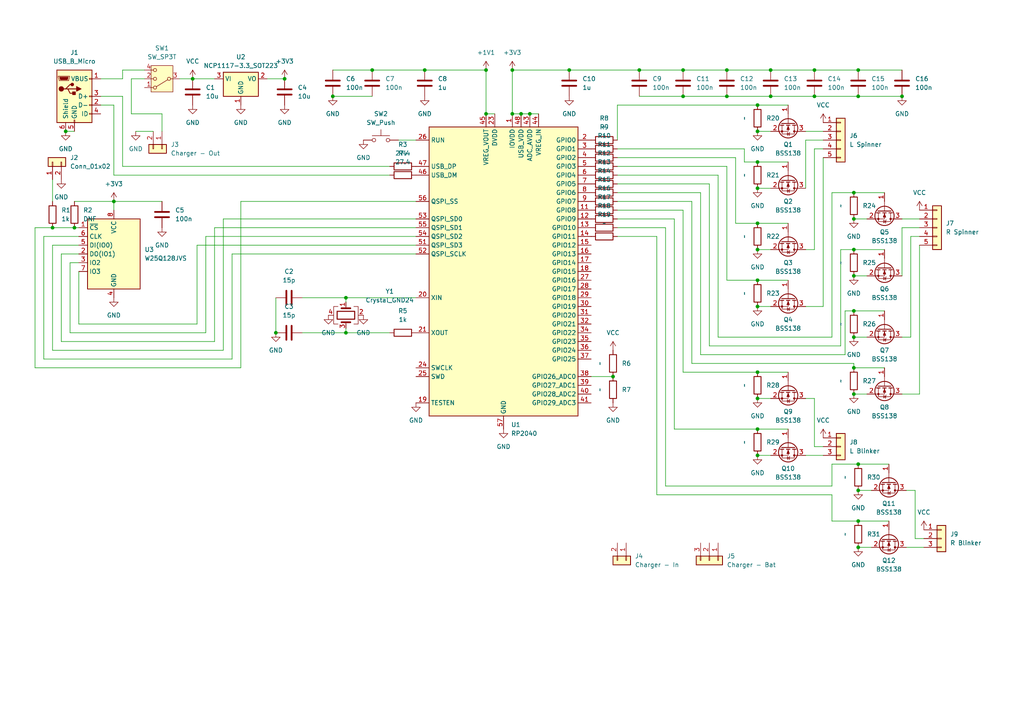
<source format=kicad_sch>
(kicad_sch (version 20230121) (generator eeschema)
  (paper "A4")
  (lib_symbols
    (symbol "Connector:USB_B_Micro" (pin_names (offset 1.016))
      (property "Reference" "J" (at -5.08 11.43 0))
      (property "Value" "USB_B_Micro" (at -5.08 8.89 0))
      (symbol "USB_B_Micro_0_1"
        (rectangle (start -5.08 -7.62) (end 5.08 7.62) (stroke (width 0.254)) (fill (type background)))
        (circle (center -3.81 2.159) (radius 0.635) (stroke (width 0.254)) (fill (type outline)))
        (circle (center -0.635 3.429) (radius 0.381) (stroke (width 0.254)) (fill (type outline)))
        (rectangle (start -0.127 -7.62) (end 0.127 -6.858))
        (polyline (pts (xy -1.905 2.159) (xy 0.635 2.159)) (stroke (width 0.254)))
        (polyline (pts (xy -3.175 2.159) (xy -2.54 2.159) (xy -1.27 3.429) (xy -0.635 3.429)) (stroke (width 0.254)))
        (polyline (pts (xy -2.54 2.159) (xy -1.905 2.159) (xy -1.27 0.889) (xy 0 0.889)) (stroke (width 0.254)))
        (polyline (pts (xy 0.635 2.794) (xy 0.635 1.524) (xy 1.905 2.159) (xy 0.635 2.794)) (stroke (width 0.254)) (fill (type outline)))
        (polyline (pts (xy -4.318 5.588) (xy -1.778 5.588) (xy -2.032 4.826) (xy -4.064 4.826) (xy -4.318 5.588)) (fill (type outline)))
        (polyline (pts (xy -4.699 5.842) (xy -4.699 5.588) (xy -4.445 4.826) (xy -4.445 4.572) (xy -1.651 4.572) (xy -1.651 4.826) (xy -1.397 5.588) (xy -1.397 5.842) (xy -4.699 5.842)))
        (rectangle (start 0.254 1.27) (end -0.508 0.508) (stroke (width 0.254)) (fill (type outline)))
        (rectangle (start 5.08 -5.207) (end 4.318 -4.953))
        (rectangle (start 5.08 -2.667) (end 4.318 -2.413))
        (rectangle (start 5.08 -0.127) (end 4.318 0.127))
        (rectangle (start 5.08 4.953) (end 4.318 5.207))
      )
      (symbol "USB_B_Micro_1_1"
        (pin power_out line (at 7.62 5.08 180) (length 2.54) (name "VBUS") (number "1"))
        (pin bidirectional line (at 7.62 -2.54 180) (length 2.54) (name "D-") (number "2"))
        (pin bidirectional line (at 7.62 0 180) (length 2.54) (name "D+") (number "3"))
        (pin passive line (at 7.62 -5.08 180) (length 2.54) (name "ID") (number "4"))
        (pin power_out line (at 0 -10.16 90) (length 2.54) (name "GND") (number "5"))
        (pin passive line (at -2.54 -10.16 90) (length 2.54) (name "Shield") (number "6"))
      )
    )
    (symbol "Connector_Generic:Conn_01x02" (pin_names (offset 1.016) hide)
      (property "Reference" "J" (at 0 2.54 0))
      (property "Value" "Conn_01x02" (at 0 -5.08 0))
      (symbol "Conn_01x02_1_1"
        (rectangle (start -1.27 -2.413) (end 0 -2.667) (stroke (width 0.1524)))
        (rectangle (start -1.27 0.127) (end 0 -0.127) (stroke (width 0.1524)))
        (rectangle (start -1.27 1.27) (end 1.27 -3.81) (stroke (width 0.254)) (fill (type background)))
        (pin passive line (at -5.08 0 0) (length 3.81) (name "Pin_1") (number "1"))
        (pin passive line (at -5.08 -2.54 0) (length 3.81) (name "Pin_2") (number "2"))
      )
    )
    (symbol "Connector_Generic:Conn_01x03" (pin_names (offset 1.016) hide)
      (property "Reference" "J" (at 0 5.08 0))
      (property "Value" "Conn_01x03" (at 0 -5.08 0))
      (symbol "Conn_01x03_1_1"
        (rectangle (start -1.27 -2.413) (end 0 -2.667) (stroke (width 0.1524)))
        (rectangle (start -1.27 0.127) (end 0 -0.127) (stroke (width 0.1524)))
        (rectangle (start -1.27 2.667) (end 0 2.413) (stroke (width 0.1524)))
        (rectangle (start -1.27 3.81) (end 1.27 -3.81) (stroke (width 0.254)) (fill (type background)))
        (pin passive line (at -5.08 2.54 0) (length 3.81) (name "Pin_1") (number "1"))
        (pin passive line (at -5.08 0 0) (length 3.81) (name "Pin_2") (number "2"))
        (pin passive line (at -5.08 -2.54 0) (length 3.81) (name "Pin_3") (number "3"))
      )
    )
    (symbol "Connector_Generic:Conn_01x05" (pin_names (offset 1.016) hide)
      (property "Reference" "J" (at 0 7.62 0))
      (property "Value" "Conn_01x05" (at 0 -7.62 0))
      (symbol "Conn_01x05_1_1"
        (rectangle (start -1.27 -4.953) (end 0 -5.207) (stroke (width 0.1524)))
        (rectangle (start -1.27 -2.413) (end 0 -2.667) (stroke (width 0.1524)))
        (rectangle (start -1.27 0.127) (end 0 -0.127) (stroke (width 0.1524)))
        (rectangle (start -1.27 2.667) (end 0 2.413) (stroke (width 0.1524)))
        (rectangle (start -1.27 5.207) (end 0 4.953) (stroke (width 0.1524)))
        (rectangle (start -1.27 6.35) (end 1.27 -6.35) (stroke (width 0.254)) (fill (type background)))
        (pin passive line (at -5.08 5.08 0) (length 3.81) (name "Pin_1") (number "1"))
        (pin passive line (at -5.08 2.54 0) (length 3.81) (name "Pin_2") (number "2"))
        (pin passive line (at -5.08 0 0) (length 3.81) (name "Pin_3") (number "3"))
        (pin passive line (at -5.08 -2.54 0) (length 3.81) (name "Pin_4") (number "4"))
        (pin passive line (at -5.08 -5.08 0) (length 3.81) (name "Pin_5") (number "5"))
      )
    )
    (symbol "Device:C" (pin_numbers hide) (pin_names (offset 0.254))
      (property "Reference" "C" (at 0.635 2.54 0))
      (property "Value" "C" (at 0.635 -2.54 0))
      (symbol "C_0_1"
        (polyline (pts (xy -2.032 -0.762) (xy 2.032 -0.762)) (stroke (width 0.508)))
        (polyline (pts (xy -2.032 0.762) (xy 2.032 0.762)) (stroke (width 0.508)))
      )
      (symbol "C_1_1"
        (pin passive line (at 0 3.81 270) (length 2.794) (name "~") (number "1"))
        (pin passive line (at 0 -3.81 90) (length 2.794) (name "~") (number "2"))
      )
    )
    (symbol "Device:Crystal_GND24" (pin_names (offset 1.016) hide)
      (property "Reference" "Y" (at 3.175 5.08 0))
      (property "Value" "Crystal_GND24" (at 3.175 3.175 0))
      (symbol "Crystal_GND24_0_1"
        (rectangle (start -1.143 2.54) (end 1.143 -2.54) (stroke (width 0.3048)))
        (polyline (pts (xy -2.54 0) (xy -2.032 0)))
        (polyline (pts (xy -2.032 -1.27) (xy -2.032 1.27)) (stroke (width 0.508)))
        (polyline (pts (xy 0 -3.81) (xy 0 -3.556)))
        (polyline (pts (xy 0 3.556) (xy 0 3.81)))
        (polyline (pts (xy 2.032 -1.27) (xy 2.032 1.27)) (stroke (width 0.508)))
        (polyline (pts (xy 2.032 0) (xy 2.54 0)))
        (polyline (pts (xy -2.54 -2.286) (xy -2.54 -3.556) (xy 2.54 -3.556) (xy 2.54 -2.286)))
        (polyline (pts (xy -2.54 2.286) (xy -2.54 3.556) (xy 2.54 3.556) (xy 2.54 2.286)))
      )
      (symbol "Crystal_GND24_1_1"
        (pin passive line (at -3.81 0 0) (length 1.27) (name "1") (number "1"))
        (pin passive line (at 0 5.08 270) (length 1.27) (name "2") (number "2"))
        (pin passive line (at 3.81 0 180) (length 1.27) (name "3") (number "3"))
        (pin passive line (at 0 -5.08 90) (length 1.27) (name "4") (number "4"))
      )
    )
    (symbol "Device:R" (pin_numbers hide) (pin_names (offset 0))
      (property "Reference" "R" (at 2.032 0 90))
      (property "Value" "R" (at 0 0 90))
      (symbol "R_0_1"
        (rectangle (start -1.016 -2.54) (end 1.016 2.54) (stroke (width 0.254)))
      )
      (symbol "R_1_1"
        (pin passive line (at 0 3.81 270) (length 1.27) (name "~") (number "1"))
        (pin passive line (at 0 -3.81 90) (length 1.27) (name "~") (number "2"))
      )
    )
    (symbol "MCU_RaspberryPi:RP2040"
      (property "Reference" "U" (at 17.78 45.72 0))
      (property "Value" "RP2040" (at 17.78 43.18 0))
      (symbol "RP2040_0_1"
        (rectangle (start -21.59 41.91) (end 21.59 -41.91) (stroke (width 0.254)) (fill (type background)))
      )
      (symbol "RP2040_1_1"
        (pin power_in line (at 2.54 45.72 270) (length 3.81) (name "IOVDD") (number "1"))
        (pin passive line (at 2.54 45.72 270) (length 3.81) hide (name "IOVDD") (number "10"))
        (pin bidirectional line (at 25.4 17.78 180) (length 3.81) (name "GPIO8") (number "11"))
        (pin bidirectional line (at 25.4 15.24 180) (length 3.81) (name "GPIO9") (number "12"))
        (pin bidirectional line (at 25.4 12.7 180) (length 3.81) (name "GPIO10") (number "13"))
        (pin bidirectional line (at 25.4 10.16 180) (length 3.81) (name "GPIO11") (number "14"))
        (pin bidirectional line (at 25.4 7.62 180) (length 3.81) (name "GPIO12") (number "15"))
        (pin bidirectional line (at 25.4 5.08 180) (length 3.81) (name "GPIO13") (number "16"))
        (pin bidirectional line (at 25.4 2.54 180) (length 3.81) (name "GPIO14") (number "17"))
        (pin bidirectional line (at 25.4 0 180) (length 3.81) (name "GPIO15") (number "18"))
        (pin input line (at -25.4 -38.1 0) (length 3.81) (name "TESTEN") (number "19"))
        (pin bidirectional line (at 25.4 38.1 180) (length 3.81) (name "GPIO0") (number "2"))
        (pin input line (at -25.4 -7.62 0) (length 3.81) (name "XIN") (number "20"))
        (pin passive line (at -25.4 -17.78 0) (length 3.81) (name "XOUT") (number "21"))
        (pin passive line (at 2.54 45.72 270) (length 3.81) hide (name "IOVDD") (number "22"))
        (pin power_in line (at -2.54 45.72 270) (length 3.81) (name "DVDD") (number "23"))
        (pin input line (at -25.4 -27.94 0) (length 3.81) (name "SWCLK") (number "24"))
        (pin bidirectional line (at -25.4 -30.48 0) (length 3.81) (name "SWD") (number "25"))
        (pin input line (at -25.4 38.1 0) (length 3.81) (name "RUN") (number "26"))
        (pin bidirectional line (at 25.4 -2.54 180) (length 3.81) (name "GPIO16") (number "27"))
        (pin bidirectional line (at 25.4 -5.08 180) (length 3.81) (name "GPIO17") (number "28"))
        (pin bidirectional line (at 25.4 -7.62 180) (length 3.81) (name "GPIO18") (number "29"))
        (pin bidirectional line (at 25.4 35.56 180) (length 3.81) (name "GPIO1") (number "3"))
        (pin bidirectional line (at 25.4 -10.16 180) (length 3.81) (name "GPIO19") (number "30"))
        (pin bidirectional line (at 25.4 -12.7 180) (length 3.81) (name "GPIO20") (number "31"))
        (pin bidirectional line (at 25.4 -15.24 180) (length 3.81) (name "GPIO21") (number "32"))
        (pin passive line (at 2.54 45.72 270) (length 3.81) hide (name "IOVDD") (number "33"))
        (pin bidirectional line (at 25.4 -17.78 180) (length 3.81) (name "GPIO22") (number "34"))
        (pin bidirectional line (at 25.4 -20.32 180) (length 3.81) (name "GPIO23") (number "35"))
        (pin bidirectional line (at 25.4 -22.86 180) (length 3.81) (name "GPIO24") (number "36"))
        (pin bidirectional line (at 25.4 -25.4 180) (length 3.81) (name "GPIO25") (number "37"))
        (pin bidirectional line (at 25.4 -30.48 180) (length 3.81) (name "GPIO26_ADC0") (number "38"))
        (pin bidirectional line (at 25.4 -33.02 180) (length 3.81) (name "GPIO27_ADC1") (number "39"))
        (pin bidirectional line (at 25.4 33.02 180) (length 3.81) (name "GPIO2") (number "4"))
        (pin bidirectional line (at 25.4 -35.56 180) (length 3.81) (name "GPIO28_ADC2") (number "40"))
        (pin bidirectional line (at 25.4 -38.1 180) (length 3.81) (name "GPIO29_ADC3") (number "41"))
        (pin passive line (at 2.54 45.72 270) (length 3.81) hide (name "IOVDD") (number "42"))
        (pin power_in line (at 7.62 45.72 270) (length 3.81) (name "ADC_AVDD") (number "43"))
        (pin power_in line (at 10.16 45.72 270) (length 3.81) (name "VREG_IN") (number "44"))
        (pin power_out line (at -5.08 45.72 270) (length 3.81) (name "VREG_VOUT") (number "45"))
        (pin bidirectional line (at -25.4 27.94 0) (length 3.81) (name "USB_DM") (number "46"))
        (pin bidirectional line (at -25.4 30.48 0) (length 3.81) (name "USB_DP") (number "47"))
        (pin power_in line (at 5.08 45.72 270) (length 3.81) (name "USB_VDD") (number "48"))
        (pin passive line (at 2.54 45.72 270) (length 3.81) hide (name "IOVDD") (number "49"))
        (pin bidirectional line (at 25.4 30.48 180) (length 3.81) (name "GPIO3") (number "5"))
        (pin passive line (at -2.54 45.72 270) (length 3.81) hide (name "DVDD") (number "50"))
        (pin bidirectional line (at -25.4 7.62 0) (length 3.81) (name "QSPI_SD3") (number "51"))
        (pin output line (at -25.4 5.08 0) (length 3.81) (name "QSPI_SCLK") (number "52"))
        (pin bidirectional line (at -25.4 15.24 0) (length 3.81) (name "QSPI_SD0") (number "53"))
        (pin bidirectional line (at -25.4 10.16 0) (length 3.81) (name "QSPI_SD2") (number "54"))
        (pin bidirectional line (at -25.4 12.7 0) (length 3.81) (name "QSPI_SD1") (number "55"))
        (pin bidirectional line (at -25.4 20.32 0) (length 3.81) (name "QSPI_SS") (number "56"))
        (pin power_in line (at 0 -45.72 90) (length 3.81) (name "GND") (number "57"))
        (pin bidirectional line (at 25.4 27.94 180) (length 3.81) (name "GPIO4") (number "6"))
        (pin bidirectional line (at 25.4 25.4 180) (length 3.81) (name "GPIO5") (number "7"))
        (pin bidirectional line (at 25.4 22.86 180) (length 3.81) (name "GPIO6") (number "8"))
        (pin bidirectional line (at 25.4 20.32 180) (length 3.81) (name "GPIO7") (number "9"))
      )
    )
    (symbol "Memory_Flash:W25Q128JVS"
      (property "Reference" "U" (at -8.89 8.89 0))
      (property "Value" "W25Q128JVS" (at 7.62 8.89 0))
      (symbol "W25Q128JVS_0_1"
        (rectangle (start -7.62 10.16) (end 7.62 -10.16) (stroke (width 0.254)) (fill (type background)))
      )
      (symbol "W25Q128JVS_1_1"
        (pin input line (at -10.16 7.62 0) (length 2.54) (name "~{CS}") (number "1"))
        (pin bidirectional line (at -10.16 0 0) (length 2.54) (name "DO(IO1)") (number "2"))
        (pin bidirectional line (at -10.16 -2.54 0) (length 2.54) (name "IO2") (number "3"))
        (pin power_in line (at 0 -12.7 90) (length 2.54) (name "GND") (number "4"))
        (pin bidirectional line (at -10.16 2.54 0) (length 2.54) (name "DI(IO0)") (number "5"))
        (pin input line (at -10.16 5.08 0) (length 2.54) (name "CLK") (number "6"))
        (pin bidirectional line (at -10.16 -5.08 0) (length 2.54) (name "IO3") (number "7"))
        (pin power_in line (at 0 12.7 270) (length 2.54) (name "VCC") (number "8"))
      )
    )
    (symbol "Regulator_Linear:NCP1117-3.3_SOT223"
      (property "Reference" "U" (at -3.81 3.175 0))
      (property "Value" "NCP1117-3.3_SOT223" (at 0 3.175 0))
      (symbol "NCP1117-3.3_SOT223_0_1"
        (rectangle (start -5.08 -5.08) (end 5.08 1.905) (stroke (width 0.254)) (fill (type background)))
      )
      (symbol "NCP1117-3.3_SOT223_1_1"
        (pin power_in line (at 0 -7.62 90) (length 2.54) (name "GND") (number "1"))
        (pin power_out line (at 7.62 0 180) (length 2.54) (name "VO") (number "2"))
        (pin power_in line (at -7.62 0 0) (length 2.54) (name "VI") (number "3"))
      )
    )
    (symbol "Switch:SW_Push" (pin_numbers hide) (pin_names (offset 1.016) hide)
      (property "Reference" "SW" (at 1.27 2.54 0))
      (property "Value" "SW_Push" (at 0 -1.524 0))
      (symbol "SW_Push_0_1"
        (circle (center -2.032 0) (radius 0.508))
        (polyline (pts (xy 0 1.27) (xy 0 3.048)))
        (polyline (pts (xy 2.54 1.27) (xy -2.54 1.27)))
        (circle (center 2.032 0) (radius 0.508))
        (pin passive line (at -5.08 0 0) (length 2.54) (name "1") (number "1"))
        (pin passive line (at 5.08 0 180) (length 2.54) (name "2") (number "2"))
      )
    )
    (symbol "Switch:SW_SP3T" (pin_names (offset 0) hide)
      (property "Reference" "SW" (at 0 5.08 0))
      (property "Value" "SW_SP3T" (at 0 -5.08 0))
      (symbol "SW_SP3T_0_1"
        (circle (center -2.032 0) (radius 0.4572))
        (polyline (pts (xy -1.651 0.254) (xy 1.651 2.286)))
        (circle (center 2.032 -2.54) (radius 0.4572))
        (circle (center 2.032 0) (radius 0.4572))
        (circle (center 2.032 2.54) (radius 0.4572))
      )
      (symbol "SW_SP3T_1_1"
        (rectangle (start -3.175 3.81) (end 3.175 -3.81) (fill (type background)))
        (pin passive line (at 5.08 2.54 180) (length 2.54) (name "1") (number "1"))
        (pin passive line (at 5.08 0 180) (length 2.54) (name "2") (number "2"))
        (pin passive line (at -5.08 0 0) (length 2.54) (name "3") (number "3"))
        (pin passive line (at 5.08 -2.54 180) (length 2.54) (name "4") (number "4"))
      )
    )
    (symbol "Transistor_FET:BSS138" (pin_names hide)
      (property "Reference" "Q" (at 5.08 1.905 0))
      (property "Value" "BSS138" (at 5.08 0 0))
      (symbol "BSS138_0_1"
        (polyline (pts (xy 0.254 0) (xy -2.54 0)))
        (polyline (pts (xy 0.254 1.905) (xy 0.254 -1.905)) (stroke (width 0.254)))
        (polyline (pts (xy 0.762 -1.27) (xy 0.762 -2.286)) (stroke (width 0.254)))
        (polyline (pts (xy 0.762 0.508) (xy 0.762 -0.508)) (stroke (width 0.254)))
        (polyline (pts (xy 0.762 2.286) (xy 0.762 1.27)) (stroke (width 0.254)))
        (polyline (pts (xy 2.54 2.54) (xy 2.54 1.778)))
        (polyline (pts (xy 2.54 -2.54) (xy 2.54 0) (xy 0.762 0)))
        (polyline (pts (xy 0.762 -1.778) (xy 3.302 -1.778) (xy 3.302 1.778) (xy 0.762 1.778)))
        (polyline (pts (xy 1.016 0) (xy 2.032 0.381) (xy 2.032 -0.381) (xy 1.016 0)) (fill (type outline)))
        (polyline (pts (xy 2.794 0.508) (xy 2.921 0.381) (xy 3.683 0.381) (xy 3.81 0.254)))
        (polyline (pts (xy 3.302 0.381) (xy 2.921 -0.254) (xy 3.683 -0.254) (xy 3.302 0.381)))
        (circle (center 1.651 0) (radius 2.794) (stroke (width 0.254)))
        (circle (center 2.54 -1.778) (radius 0.254) (fill (type outline)))
        (circle (center 2.54 1.778) (radius 0.254) (fill (type outline)))
      )
      (symbol "BSS138_1_1"
        (pin input line (at -5.08 0 0) (length 2.54) (name "G") (number "1"))
        (pin passive line (at 2.54 -5.08 90) (length 2.54) (name "S") (number "2"))
        (pin passive line (at 2.54 5.08 270) (length 2.54) (name "D") (number "3"))
      )
    )
    (symbol "power:+1V1" (power) (pin_names (offset 0))
      (property "Value" "+1V1" (at 0 3.556 0))
      (symbol "+1V1_0_1"
        (polyline (pts (xy -0.762 1.27) (xy 0 2.54)))
        (polyline (pts (xy 0 0) (xy 0 2.54)))
        (polyline (pts (xy 0 2.54) (xy 0.762 1.27)))
      )
      (symbol "+1V1_1_1"
        (pin power_in line (at 0 0 90) (length 0) hide (name "+1V1") (number "1"))
      )
    )
    (symbol "power:+3V3" (power) (pin_names (offset 0))
      (property "Value" "+3V3" (at 0 3.556 0))
      (symbol "+3V3_0_1"
        (polyline (pts (xy -0.762 1.27) (xy 0 2.54)))
        (polyline (pts (xy 0 0) (xy 0 2.54)))
        (polyline (pts (xy 0 2.54) (xy 0.762 1.27)))
      )
      (symbol "+3V3_1_1"
        (pin power_in line (at 0 0 90) (length 0) hide (name "+3V3") (number "1"))
      )
    )
    (symbol "power:GND" (power) (pin_names (offset 0))
      (property "Value" "GND" (at 0 -3.81 0))
      (symbol "GND_0_1"
        (polyline (pts (xy 0 0) (xy 0 -1.27) (xy 1.27 -1.27) (xy 0 -2.54) (xy -1.27 -1.27) (xy 0 -1.27)))
      )
      (symbol "GND_1_1"
        (pin power_in line (at 0 0 270) (length 0) hide (name "GND") (number "1"))
      )
    )
    (symbol "power:VCC" (power) (pin_names (offset 0))
      (property "Value" "VCC" (at 0 3.81 0))
      (symbol "VCC_0_1"
        (polyline (pts (xy -0.762 1.27) (xy 0 2.54)))
        (polyline (pts (xy 0 0) (xy 0 2.54)))
        (polyline (pts (xy 0 2.54) (xy 0.762 1.27)))
      )
      (symbol "VCC_1_1"
        (pin power_in line (at 0 0 90) (length 0) hide (name "VCC") (number "1"))
      )
    )
  )
  (junction (at 219.71 124.46))
  (junction (at 247.65 97.79))
  (junction (at 33.02 58.42))
  (junction (at 219.71 132.08))
  (junction (at 123.19 20.32))
  (junction (at 55.88 22.86))
  (junction (at 247.65 63.5))
  (junction (at 219.71 72.39))
  (junction (at 165.1 20.32))
  (junction (at 223.52 27.94))
  (junction (at 247.65 106.68))
  (junction (at 100.33 96.52))
  (junction (at 248.92 151.13))
  (junction (at 236.22 27.94))
  (junction (at 248.92 158.75))
  (junction (at 82.55 22.86))
  (junction (at 247.65 90.17))
  (junction (at 261.62 27.94))
  (junction (at 248.92 134.62))
  (junction (at 223.52 20.32))
  (junction (at 107.95 20.32))
  (junction (at 219.71 38.1))
  (junction (at 248.92 20.32))
  (junction (at 140.97 33.02))
  (junction (at 15.24 66.04))
  (junction (at 210.82 20.32))
  (junction (at 219.71 88.9))
  (junction (at 148.59 33.02))
  (junction (at 100.33 86.36))
  (junction (at 219.71 107.95))
  (junction (at 151.13 33.02))
  (junction (at 219.71 46.99))
  (junction (at 219.71 54.61))
  (junction (at 247.65 72.39))
  (junction (at 210.82 27.94))
  (junction (at 153.67 33.02))
  (junction (at 140.97 20.32))
  (junction (at 248.92 27.94))
  (junction (at 219.71 64.77))
  (junction (at 198.12 27.94))
  (junction (at 21.59 66.04))
  (junction (at 96.52 27.94))
  (junction (at 177.8 109.22))
  (junction (at 148.59 20.32))
  (junction (at 80.01 96.52))
  (junction (at 248.92 142.24))
  (junction (at 247.65 55.88))
  (junction (at 247.65 80.01))
  (junction (at 219.71 115.57))
  (junction (at 198.12 20.32))
  (junction (at 247.65 114.3))
  (junction (at 219.71 30.48))
  (junction (at 185.42 20.32))
  (junction (at 19.05 38.1))
  (junction (at 219.71 81.28))
  (junction (at 236.22 20.32))
  (wire (pts (xy 179.07 53.34) (xy 205.74 53.34)))
  (wire (pts (xy 39.37 38.1) (xy 44.45 38.1)))
  (wire (pts (xy 219.71 38.1) (xy 223.52 38.1)))
  (wire (pts (xy 247.65 97.79) (xy 251.46 97.79)))
  (wire (pts (xy 193.04 66.04) (xy 193.04 140.97)))
  (wire (pts (xy 193.04 140.97) (xy 241.3 140.97)))
  (wire (pts (xy 241.3 140.97) (xy 241.3 134.62)))
  (wire (pts (xy 148.59 20.32) (xy 148.59 33.02)))
  (wire (pts (xy 219.71 107.95) (xy 198.12 107.95)))
  (wire (pts (xy 38.1 22.86) (xy 38.1 33.02)))
  (wire (pts (xy 248.92 27.94) (xy 261.62 27.94)))
  (wire (pts (xy 248.92 151.13) (xy 257.81 151.13)))
  (wire (pts (xy 219.71 115.57) (xy 223.52 115.57)))
  (wire (pts (xy 22.86 78.74) (xy 22.86 93.98)))
  (wire (pts (xy 264.16 97.79) (xy 264.16 68.58)))
  (wire (pts (xy 59.69 96.52) (xy 59.69 68.58)))
  (wire (pts (xy 195.58 124.46) (xy 219.71 124.46)))
  (wire (pts (xy 87.63 96.52) (xy 100.33 96.52)))
  (wire (pts (xy 213.36 45.72) (xy 179.07 45.72)))
  (wire (pts (xy 223.52 20.32) (xy 236.22 20.32)))
  (wire (pts (xy 62.23 99.06) (xy 62.23 66.04)))
  (wire (pts (xy 69.85 106.68) (xy 69.85 58.42)))
  (wire (pts (xy 219.71 54.61) (xy 223.52 54.61)))
  (wire (pts (xy 247.65 63.5) (xy 251.46 63.5)))
  (wire (pts (xy 15.24 52.07) (xy 15.24 58.42)))
  (wire (pts (xy 46.99 33.02) (xy 46.99 38.1)))
  (wire (pts (xy 62.23 66.04) (xy 120.65 66.04)))
  (wire (pts (xy 243.84 72.39) (xy 247.65 72.39)))
  (wire (pts (xy 210.82 81.28) (xy 210.82 48.26)))
  (wire (pts (xy 219.71 64.77) (xy 213.36 64.77)))
  (wire (pts (xy 219.71 30.48) (xy 228.6 30.48)))
  (wire (pts (xy 59.69 68.58) (xy 120.65 68.58)))
  (wire (pts (xy 248.92 134.62) (xy 257.81 134.62)))
  (wire (pts (xy 100.33 86.36) (xy 120.65 86.36)))
  (wire (pts (xy 247.65 55.88) (xy 241.3 55.88)))
  (wire (pts (xy 67.31 73.66) (xy 120.65 73.66)))
  (wire (pts (xy 219.71 81.28) (xy 228.6 81.28)))
  (wire (pts (xy 185.42 27.94) (xy 198.12 27.94)))
  (wire (pts (xy 148.59 33.02) (xy 151.13 33.02)))
  (wire (pts (xy 19.05 38.1) (xy 21.59 38.1)))
  (wire (pts (xy 208.28 97.79) (xy 208.28 50.8)))
  (wire (pts (xy 22.86 76.2) (xy 20.32 76.2)))
  (wire (pts (xy 200.66 105.41) (xy 247.65 105.41)))
  (wire (pts (xy 148.59 20.32) (xy 165.1 20.32)))
  (wire (pts (xy 219.71 64.77) (xy 228.6 64.77)))
  (wire (pts (xy 233.68 38.1) (xy 238.76 38.1)))
  (wire (pts (xy 233.68 72.39) (xy 236.22 72.39)))
  (wire (pts (xy 100.33 86.36) (xy 100.33 87.63)))
  (wire (pts (xy 179.07 43.18) (xy 215.9 43.18)))
  (wire (pts (xy 198.12 107.95) (xy 198.12 60.96)))
  (wire (pts (xy 15.24 66.04) (xy 10.16 66.04)))
  (wire (pts (xy 165.1 20.32) (xy 185.42 20.32)))
  (wire (pts (xy 233.68 115.57) (xy 236.22 115.57)))
  (wire (pts (xy 198.12 20.32) (xy 210.82 20.32)))
  (wire (pts (xy 55.88 22.86) (xy 62.23 22.86)))
  (wire (pts (xy 261.62 63.5) (xy 266.7 63.5)))
  (wire (pts (xy 210.82 48.26) (xy 179.07 48.26)))
  (wire (pts (xy 265.43 156.21) (xy 265.43 142.24)))
  (wire (pts (xy 248.92 20.32) (xy 261.62 20.32)))
  (wire (pts (xy 179.07 66.04) (xy 193.04 66.04)))
  (wire (pts (xy 151.13 33.02) (xy 153.67 33.02)))
  (wire (pts (xy 200.66 58.42) (xy 200.66 105.41)))
  (wire (pts (xy 64.77 101.6) (xy 64.77 63.5)))
  (wire (pts (xy 96.52 20.32) (xy 107.95 20.32)))
  (wire (pts (xy 205.74 53.34) (xy 205.74 100.33)))
  (wire (pts (xy 22.86 73.66) (xy 17.78 73.66)))
  (wire (pts (xy 210.82 20.32) (xy 223.52 20.32)))
  (wire (pts (xy 195.58 63.5) (xy 195.58 124.46)))
  (wire (pts (xy 15.24 101.6) (xy 64.77 101.6)))
  (wire (pts (xy 190.5 143.51) (xy 241.3 143.51)))
  (wire (pts (xy 241.3 97.79) (xy 208.28 97.79)))
  (wire (pts (xy 179.07 30.48) (xy 219.71 30.48)))
  (wire (pts (xy 236.22 43.18) (xy 238.76 43.18)))
  (wire (pts (xy 35.56 22.86) (xy 35.56 20.32)))
  (wire (pts (xy 115.57 40.64) (xy 120.65 40.64)))
  (wire (pts (xy 179.07 58.42) (xy 200.66 58.42)))
  (wire (pts (xy 241.3 55.88) (xy 241.3 97.79)))
  (wire (pts (xy 140.97 20.32) (xy 140.97 33.02)))
  (wire (pts (xy 261.62 66.04) (xy 266.7 66.04)))
  (wire (pts (xy 262.89 158.75) (xy 267.97 158.75)))
  (wire (pts (xy 17.78 99.06) (xy 62.23 99.06)))
  (wire (pts (xy 205.74 100.33) (xy 243.84 100.33)))
  (wire (pts (xy 219.71 46.99) (xy 215.9 46.99)))
  (wire (pts (xy 179.07 68.58) (xy 190.5 68.58)))
  (wire (pts (xy 238.76 129.54) (xy 236.22 129.54)))
  (wire (pts (xy 241.3 151.13) (xy 248.92 151.13)))
  (wire (pts (xy 38.1 33.02) (xy 46.99 33.02)))
  (wire (pts (xy 46.99 58.42) (xy 33.02 58.42)))
  (wire (pts (xy 208.28 50.8) (xy 179.07 50.8)))
  (wire (pts (xy 20.32 96.52) (xy 59.69 96.52)))
  (wire (pts (xy 10.16 66.04) (xy 10.16 106.68)))
  (wire (pts (xy 20.32 76.2) (xy 20.32 96.52)))
  (wire (pts (xy 267.97 156.21) (xy 265.43 156.21)))
  (wire (pts (xy 17.78 73.66) (xy 17.78 99.06)))
  (wire (pts (xy 219.71 81.28) (xy 210.82 81.28)))
  (wire (pts (xy 100.33 95.25) (xy 100.33 96.52)))
  (wire (pts (xy 241.3 134.62) (xy 248.92 134.62)))
  (wire (pts (xy 67.31 104.14) (xy 67.31 73.66)))
  (wire (pts (xy 64.77 63.5) (xy 120.65 63.5)))
  (wire (pts (xy 233.68 132.08) (xy 238.76 132.08)))
  (wire (pts (xy 35.56 20.32) (xy 41.91 20.32)))
  (wire (pts (xy 247.65 105.41) (xy 247.65 106.68)))
  (wire (pts (xy 245.11 90.17) (xy 245.11 102.87)))
  (wire (pts (xy 266.7 114.3) (xy 266.7 71.12)))
  (wire (pts (xy 153.67 33.02) (xy 156.21 33.02)))
  (wire (pts (xy 261.62 97.79) (xy 264.16 97.79)))
  (wire (pts (xy 210.82 27.94) (xy 223.52 27.94)))
  (wire (pts (xy 247.65 55.88) (xy 256.54 55.88)))
  (wire (pts (xy 241.3 143.51) (xy 241.3 151.13)))
  (wire (pts (xy 57.15 93.98) (xy 57.15 71.12)))
  (wire (pts (xy 21.59 58.42) (xy 33.02 58.42)))
  (wire (pts (xy 107.95 20.32) (xy 123.19 20.32)))
  (wire (pts (xy 248.92 158.75) (xy 252.73 158.75)))
  (wire (pts (xy 236.22 129.54) (xy 236.22 115.57)))
  (wire (pts (xy 247.65 72.39) (xy 256.54 72.39)))
  (wire (pts (xy 219.71 132.08) (xy 223.52 132.08)))
  (wire (pts (xy 247.65 90.17) (xy 256.54 90.17)))
  (wire (pts (xy 238.76 88.9) (xy 238.76 45.72)))
  (wire (pts (xy 264.16 68.58) (xy 266.7 68.58)))
  (wire (pts (xy 190.5 68.58) (xy 190.5 143.51)))
  (wire (pts (xy 198.12 27.94) (xy 210.82 27.94)))
  (wire (pts (xy 35.56 27.94) (xy 35.56 48.26)))
  (wire (pts (xy 29.21 27.94) (xy 35.56 27.94)))
  (wire (pts (xy 213.36 45.72) (xy 213.36 64.77)))
  (wire (pts (xy 123.19 20.32) (xy 140.97 20.32)))
  (wire (pts (xy 96.52 27.94) (xy 107.95 27.94)))
  (wire (pts (xy 140.97 33.02) (xy 143.51 33.02)))
  (wire (pts (xy 22.86 66.04) (xy 21.59 66.04)))
  (wire (pts (xy 215.9 46.99) (xy 215.9 43.18)))
  (wire (pts (xy 236.22 72.39) (xy 236.22 43.18)))
  (wire (pts (xy 179.07 40.64) (xy 179.07 30.48)))
  (wire (pts (xy 179.07 63.5) (xy 195.58 63.5)))
  (wire (pts (xy 57.15 71.12) (xy 120.65 71.12)))
  (wire (pts (xy 219.71 88.9) (xy 223.52 88.9)))
  (wire (pts (xy 29.21 30.48) (xy 33.02 30.48)))
  (wire (pts (xy 35.56 48.26) (xy 113.03 48.26)))
  (wire (pts (xy 198.12 60.96) (xy 179.07 60.96)))
  (wire (pts (xy 203.2 55.88) (xy 179.07 55.88)))
  (wire (pts (xy 12.7 104.14) (xy 67.31 104.14)))
  (wire (pts (xy 33.02 30.48) (xy 33.02 50.8)))
  (wire (pts (xy 52.07 22.86) (xy 55.88 22.86)))
  (wire (pts (xy 203.2 102.87) (xy 203.2 55.88)))
  (wire (pts (xy 247.65 106.68) (xy 256.54 106.68)))
  (wire (pts (xy 69.85 58.42) (xy 120.65 58.42)))
  (wire (pts (xy 236.22 20.32) (xy 248.92 20.32)))
  (wire (pts (xy 261.62 114.3) (xy 266.7 114.3)))
  (wire (pts (xy 33.02 50.8) (xy 113.03 50.8)))
  (wire (pts (xy 100.33 96.52) (xy 113.03 96.52)))
  (wire (pts (xy 15.24 71.12) (xy 15.24 101.6)))
  (wire (pts (xy 22.86 68.58) (xy 12.7 68.58)))
  (wire (pts (xy 243.84 100.33) (xy 243.84 72.39)))
  (wire (pts (xy 77.47 22.86) (xy 82.55 22.86)))
  (wire (pts (xy 80.01 86.36) (xy 80.01 96.52)))
  (wire (pts (xy 233.68 88.9) (xy 238.76 88.9)))
  (wire (pts (xy 236.22 27.94) (xy 248.92 27.94)))
  (wire (pts (xy 245.11 102.87) (xy 203.2 102.87)))
  (wire (pts (xy 219.71 124.46) (xy 228.6 124.46)))
  (wire (pts (xy 33.02 58.42) (xy 33.02 60.96)))
  (wire (pts (xy 248.92 142.24) (xy 252.73 142.24)))
  (wire (pts (xy 22.86 71.12) (xy 15.24 71.12)))
  (wire (pts (xy 10.16 106.68) (xy 69.85 106.68)))
  (wire (pts (xy 247.65 90.17) (xy 245.11 90.17)))
  (wire (pts (xy 219.71 72.39) (xy 223.52 72.39)))
  (wire (pts (xy 247.65 114.3) (xy 251.46 114.3)))
  (wire (pts (xy 233.68 40.64) (xy 238.76 40.64)))
  (wire (pts (xy 262.89 142.24) (xy 265.43 142.24)))
  (wire (pts (xy 261.62 80.01) (xy 261.62 66.04)))
  (wire (pts (xy 233.68 54.61) (xy 233.68 40.64)))
  (wire (pts (xy 219.71 46.99) (xy 228.6 46.99)))
  (wire (pts (xy 171.45 109.22) (xy 177.8 109.22)))
  (wire (pts (xy 223.52 27.94) (xy 236.22 27.94)))
  (wire (pts (xy 29.21 22.86) (xy 35.56 22.86)))
  (wire (pts (xy 22.86 93.98) (xy 57.15 93.98)))
  (wire (pts (xy 41.91 22.86) (xy 38.1 22.86)))
  (wire (pts (xy 219.71 107.95) (xy 228.6 107.95)))
  (wire (pts (xy 21.59 66.04) (xy 15.24 66.04)))
  (wire (pts (xy 87.63 86.36) (xy 100.33 86.36)))
  (wire (pts (xy 12.7 68.58) (xy 12.7 104.14)))
  (wire (pts (xy 247.65 80.01) (xy 251.46 80.01)))
  (wire (pts (xy 185.42 20.32) (xy 198.12 20.32)))
  (symbol (lib_id "Connector_Generic:Conn_01x02") (at 46.99 43.18 270) (unit 1)
    (property "Reference" "J3" (at 49.53 41.91 90) (effects (justify left)))
    (property "Value" "Charger - Out" (at 49.53 44.45 90) (effects (justify left)))
    (property "Footprint" "Connector_PinHeader_2.54mm:PinHeader_1x02_P2.54mm_Vertical" (effects hide))
  )
  (symbol (lib_id "power:GND") (at 177.8 116.84 0) (unit 1)
    (property "Reference" "#PWR024" (effects hide))
    (property "Value" "GND" (at 177.8 121.92 0))
  )
  (symbol (lib_id "Transistor_FET:BSS138") (at 228.6 86.36 270) (unit 1)
    (property "Reference" "Q4" (at 228.6 92.71 90))
    (property "Value" "BSS138" (at 228.6 95.25 90))
    (property "Footprint" "Package_TO_SOT_SMD:SOT-23" (effects hide))
    (property "Datasheet" "https://www.onsemi.com/pub/Collateral/BSS138-D.PDF" (effects hide))
  )
  (symbol (lib_id "Switch:SW_Push") (at 110.49 40.64 0) (unit 1)
    (property "Reference" "SW2" (at 110.49 33.02 0))
    (property "Value" "SW_Push" (at 110.49 35.56 0))
    (property "Footprint" "Connector_Molex:Molex_PicoBlade_53047-0210_1x02_P1.25mm_Vertical" (effects hide))
  )
  (symbol (lib_id "power:GND") (at 17.78 52.07 0) (unit 1)
    (property "Reference" "#PWR017" (effects hide))
    (property "Value" "GND" (at 17.78 57.15 0))
  )
  (symbol (lib_id "Transistor_FET:BSS138") (at 228.6 129.54 270) (unit 1)
    (property "Reference" "Q10" (at 228.6 135.89 90))
    (property "Value" "BSS138" (at 228.6 138.43 90))
    (property "Footprint" "Package_TO_SOT_SMD:SOT-23" (effects hide))
    (property "Datasheet" "https://www.onsemi.com/pub/Collateral/BSS138-D.PDF" (effects hide))
  )
  (symbol (lib_id "power:GND") (at 105.41 91.44 0) (unit 1)
    (property "Reference" "#PWR020" (effects hide))
    (property "Value" "GND" (at 105.41 96.52 0))
  )
  (symbol (lib_id "Device:C") (at 107.95 24.13 0) (unit 1)
    (property "Reference" "C7" (at 111.76 22.86 0) (effects (justify left)))
    (property "Value" "100n" (at 111.76 25.4 0) (effects (justify left)))
    (property "Footprint" "Capacitor_SMD:C_0805_2012Metric" (effects hide))
  )
  (symbol (lib_id "Device:R") (at 175.26 63.5 90) (unit 1)
    (property "Reference" "R17" (at 175.26 57.15 90))
    (property "Value" "~" (at 175.26 59.69 90))
    (property "Footprint" "Resistor_SMD:R_0805_2012Metric" (effects hide))
  )
  (symbol (lib_id "Device:R") (at 116.84 50.8 90) (unit 1)
    (property "Reference" "R4" (at 116.84 44.45 90))
    (property "Value" "27.4" (at 116.84 46.99 90))
    (property "Footprint" "Resistor_SMD:R_0805_2012Metric" (effects hide))
  )
  (symbol (lib_id "Device:R") (at 116.84 96.52 90) (unit 1)
    (property "Reference" "R5" (at 116.84 90.17 90))
    (property "Value" "1k" (at 116.84 92.71 90))
    (property "Footprint" "Resistor_SMD:R_0805_2012Metric" (effects hide))
  )
  (symbol (lib_id "Device:R") (at 175.26 60.96 90) (unit 1)
    (property "Reference" "R16" (at 175.26 54.61 90))
    (property "Value" "~" (at 175.26 57.15 90))
    (property "Footprint" "Resistor_SMD:R_0805_2012Metric" (effects hide))
  )
  (symbol (lib_id "power:GND") (at 219.71 88.9 0) (unit 1)
    (property "Reference" "#PWR030" (effects hide))
    (property "Value" "GND" (at 219.71 93.98 0))
  )
  (symbol (lib_id "Device:R") (at 175.26 50.8 90) (unit 1)
    (property "Reference" "R12" (at 175.26 44.45 90))
    (property "Value" "~" (at 175.26 46.99 90))
    (property "Footprint" "Resistor_SMD:R_0805_2012Metric" (effects hide))
  )
  (symbol (lib_id "Device:R") (at 175.26 66.04 90) (unit 1)
    (property "Reference" "R18" (at 175.26 59.69 90))
    (property "Value" "~" (at 175.26 62.23 90))
    (property "Footprint" "Resistor_SMD:R_0805_2012Metric" (effects hide))
  )
  (symbol (lib_id "power:GND") (at 19.05 38.1 0) (unit 1)
    (property "Reference" "#PWR09" (effects hide))
    (property "Value" "GND" (at 19.05 43.18 0))
  )
  (symbol (lib_id "power:GND") (at 123.19 27.94 0) (unit 1)
    (property "Reference" "#PWR03" (effects hide))
    (property "Value" "GND" (at 123.19 33.02 0))
  )
  (symbol (lib_id "Device:R") (at 175.26 58.42 90) (unit 1)
    (property "Reference" "R15" (at 175.26 52.07 90))
    (property "Value" "~" (at 175.26 54.61 90))
    (property "Footprint" "Resistor_SMD:R_0805_2012Metric" (effects hide))
  )
  (symbol (lib_id "power:VCC") (at 238.76 35.56 0) (unit 1)
    (property "Reference" "#PWR026" (effects hide))
    (property "Value" "VCC" (at 238.76 30.48 0))
  )
  (symbol (lib_id "power:GND") (at 261.62 27.94 0) (unit 1)
    (property "Reference" "#PWR05" (effects hide))
    (property "Value" "GND" (at 261.62 33.02 0))
  )
  (symbol (lib_id "Connector_Generic:Conn_01x03") (at 205.74 162.56 270) (unit 1)
    (property "Reference" "J5" (at 210.82 161.29 90) (effects (justify left)))
    (property "Value" "Charger - Bat" (at 210.82 163.83 90) (effects (justify left)))
    (property "Footprint" "Connector_PinHeader_2.54mm:PinHeader_1x03_P2.54mm_Vertical" (effects hide))
  )
  (symbol (lib_id "power:GND") (at 95.25 91.44 0) (unit 1)
    (property "Reference" "#PWR019" (effects hide))
    (property "Value" "GND" (at 95.25 96.52 0))
  )
  (symbol (lib_id "Device:C") (at 248.92 24.13 0) (unit 1)
    (property "Reference" "C15" (at 252.73 22.86 0) (effects (justify left)))
    (property "Value" "100n" (at 252.73 25.4 0) (effects (justify left)))
    (property "Footprint" "Capacitor_SMD:C_0805_2012Metric" (effects hide))
  )
  (symbol (lib_id "Transistor_FET:BSS138") (at 257.81 156.21 270) (unit 1)
    (property "Reference" "Q12" (at 257.81 162.56 90))
    (property "Value" "BSS138" (at 257.81 165.1 90))
    (property "Footprint" "Package_TO_SOT_SMD:SOT-23" (effects hide))
    (property "Datasheet" "https://www.onsemi.com/pub/Collateral/BSS138-D.PDF" (effects hide))
  )
  (symbol (lib_id "power:GND") (at 96.52 27.94 0) (unit 1)
    (property "Reference" "#PWR02" (effects hide))
    (property "Value" "GND" (at 96.52 33.02 0))
  )
  (symbol (lib_id "Transistor_FET:BSS138") (at 257.81 139.7 270) (unit 1)
    (property "Reference" "Q11" (at 257.81 146.05 90))
    (property "Value" "BSS138" (at 257.81 148.59 90))
    (property "Footprint" "Package_TO_SOT_SMD:SOT-23" (effects hide))
    (property "Datasheet" "https://www.onsemi.com/pub/Collateral/BSS138-D.PDF" (effects hide))
  )
  (symbol (lib_id "MCU_RaspberryPi:RP2040") (at 146.05 78.74 0) (unit 1)
    (property "Reference" "U1" (at 148.2441 123.19 0) (effects (justify left)))
    (property "Value" "RP2040" (at 148.2441 125.73 0) (effects (justify left)))
    (property "Footprint" "Package_DFN_QFN:QFN-56-1EP_7x7mm_P0.4mm_EP3.2x3.2mm" (effects hide))
    (property "Datasheet" "https://datasheets.raspberrypi.com/rp2040/rp2040-datasheet.pdf" (effects hide))
  )
  (symbol (lib_id "Device:R") (at 175.26 68.58 90) (unit 1)
    (property "Reference" "R19" (at 175.26 62.23 90))
    (property "Value" "~" (at 175.26 64.77 90))
    (property "Footprint" "Resistor_SMD:R_0805_2012Metric" (effects hide))
  )
  (symbol (lib_id "Device:C") (at 261.62 24.13 0) (unit 1)
    (property "Reference" "C16" (at 265.43 22.86 0) (effects (justify left)))
    (property "Value" "100n" (at 265.43 25.4 0) (effects (justify left)))
    (property "Footprint" "Capacitor_SMD:C_0805_2012Metric" (effects hide))
  )
  (symbol (lib_id "Regulator_Linear:NCP1117-3.3_SOT223") (at 69.85 22.86 0) (unit 1)
    (property "Reference" "U2" (at 69.85 16.51 0))
    (property "Value" "NCP1117-3.3_SOT223" (at 69.85 19.05 0))
    (property "Footprint" "Package_TO_SOT_SMD:SOT-223-3_TabPin2" (effects hide))
    (property "Datasheet" "http://www.onsemi.com/pub_link/Collateral/NCP1117-D.PDF" (effects hide))
  )
  (symbol (lib_id "Memory_Flash:W25Q128JVS") (at 33.02 73.66 0) (unit 1)
    (property "Reference" "U3" (at 41.91 72.39 0) (effects (justify left)))
    (property "Value" "W25Q128JVS" (at 41.91 74.93 0) (effects (justify left)))
    (property "Footprint" "Package_SO:SOIC-8_5.23x5.23mm_P1.27mm" (effects hide))
    (property "Datasheet" "http://www.winbond.com/resource-files/w25q128jv_dtr%20revc%2003272018%20plus.pdf" (effects hide))
  )
  (symbol (lib_id "Device:C") (at 82.55 26.67 0) (unit 1)
    (property "Reference" "C4" (at 86.36 25.4 0) (effects (justify left)))
    (property "Value" "10u" (at 86.36 27.94 0) (effects (justify left)))
    (property "Footprint" "Capacitor_SMD:C_0805_2012Metric" (effects hide))
  )
  (symbol (lib_id "Device:R") (at 219.71 111.76 180) (unit 1)
    (property "Reference" "R28" (at 222.25 111.76 0) (effects (justify right)))
    (property "Value" "~" (at 215.9 111.76 90))
    (property "Footprint" "Resistor_SMD:R_0805_2012Metric" (effects hide))
  )
  (symbol (lib_id "Device:R") (at 175.26 48.26 90) (unit 1)
    (property "Reference" "R11" (at 175.26 41.91 90))
    (property "Value" "~" (at 175.26 44.45 90))
    (property "Footprint" "Resistor_SMD:R_0805_2012Metric" (effects hide))
  )
  (symbol (lib_id "power:GND") (at 105.41 40.64 0) (unit 1)
    (property "Reference" "#PWR022" (effects hide))
    (property "Value" "GND" (at 105.41 45.72 0))
  )
  (symbol (lib_id "power:GND") (at 69.85 30.48 0) (unit 1)
    (property "Reference" "#PWR012" (effects hide))
    (property "Value" "GND" (at 69.85 35.56 0))
  )
  (symbol (lib_id "Device:R") (at 219.71 50.8 180) (unit 1)
    (property "Reference" "R21" (at 222.25 50.8 0) (effects (justify right)))
    (property "Value" "~" (at 215.9 50.8 90))
    (property "Footprint" "Resistor_SMD:R_0805_2012Metric" (effects hide))
  )
  (symbol (lib_id "Device:R") (at 175.26 40.64 90) (unit 1)
    (property "Reference" "R8" (at 175.26 34.29 90))
    (property "Value" "~" (at 175.26 36.83 90))
    (property "Footprint" "Resistor_SMD:R_0805_2012Metric" (effects hide))
  )
  (symbol (lib_id "Device:C") (at 210.82 24.13 0) (unit 1)
    (property "Reference" "C12" (at 214.63 22.86 0) (effects (justify left)))
    (property "Value" "100n" (at 214.63 25.4 0) (effects (justify left)))
    (property "Footprint" "Capacitor_SMD:C_0805_2012Metric" (effects hide))
  )
  (symbol (lib_id "power:+3V3") (at 148.59 20.32 0) (unit 1)
    (property "Reference" "#PWR04" (effects hide))
    (property "Value" "+3V3" (at 148.59 15.24 0))
  )
  (symbol (lib_id "Device:C") (at 185.42 24.13 0) (unit 1)
    (property "Reference" "C9" (at 189.23 22.86 0) (effects (justify left)))
    (property "Value" "100n" (at 189.23 25.4 0) (effects (justify left)))
    (property "Footprint" "Capacitor_SMD:C_0805_2012Metric" (effects hide))
  )
  (symbol (lib_id "Connector_Generic:Conn_01x02") (at 181.61 162.56 270) (unit 1)
    (property "Reference" "J4" (at 184.15 161.29 90) (effects (justify left)))
    (property "Value" "Charger - In" (at 184.15 163.83 90) (effects (justify left)))
    (property "Footprint" "Connector_PinHeader_2.54mm:PinHeader_1x02_P2.54mm_Vertical" (effects hide))
  )
  (symbol (lib_id "Transistor_FET:BSS138") (at 256.54 77.47 270) (unit 1)
    (property "Reference" "Q6" (at 256.54 83.82 90))
    (property "Value" "BSS138" (at 256.54 86.36 90))
    (property "Footprint" "Package_TO_SOT_SMD:SOT-23" (effects hide))
    (property "Datasheet" "https://www.onsemi.com/pub/Collateral/BSS138-D.PDF" (effects hide))
  )
  (symbol (lib_id "Device:R") (at 219.71 68.58 180) (unit 1)
    (property "Reference" "R22" (at 222.25 68.58 0) (effects (justify right)))
    (property "Value" "~" (at 215.9 68.58 90))
    (property "Footprint" "Resistor_SMD:R_0805_2012Metric" (effects hide))
  )
  (symbol (lib_id "Device:C") (at 96.52 24.13 0) (unit 1)
    (property "Reference" "C6" (at 100.33 22.86 0) (effects (justify left)))
    (property "Value" "100n" (at 100.33 25.4 0) (effects (justify left)))
    (property "Footprint" "Capacitor_SMD:C_0805_2012Metric" (effects hide))
  )
  (symbol (lib_id "power:GND") (at 82.55 30.48 0) (unit 1)
    (property "Reference" "#PWR014" (effects hide))
    (property "Value" "GND" (at 82.55 35.56 0))
  )
  (symbol (lib_id "Connector_Generic:Conn_01x02") (at 15.24 46.99 90) (unit 1)
    (property "Reference" "J2" (at 20.32 45.72 90) (effects (justify right)))
    (property "Value" "Conn_01x02" (at 20.32 48.26 90) (effects (justify right)))
    (property "Footprint" "Connector_PinHeader_2.54mm:PinHeader_1x02_P2.54mm_Vertical" (effects hide))
  )
  (symbol (lib_id "Device:R") (at 175.26 55.88 90) (unit 1)
    (property "Reference" "R14" (at 175.26 49.53 90))
    (property "Value" "~" (at 175.26 52.07 90))
    (property "Footprint" "Resistor_SMD:R_0805_2012Metric" (effects hide))
  )
  (symbol (lib_id "power:GND") (at 248.92 142.24 0) (unit 1)
    (property "Reference" "#PWR039" (effects hide))
    (property "Value" "GND" (at 248.92 147.32 0))
  )
  (symbol (lib_id "power:+1V1") (at 140.97 20.32 0) (unit 1)
    (property "Reference" "#PWR01" (effects hide))
    (property "Value" "+1V1" (at 140.97 15.24 0))
  )
  (symbol (lib_id "Device:C") (at 55.88 26.67 0) (unit 1)
    (property "Reference" "C1" (at 59.69 25.4 0) (effects (justify left)))
    (property "Value" "10u" (at 59.69 27.94 0) (effects (justify left)))
    (property "Footprint" "Capacitor_SMD:C_0805_2012Metric" (effects hide))
  )
  (symbol (lib_id "power:GND") (at 33.02 86.36 0) (unit 1)
    (property "Reference" "#PWR015" (effects hide))
    (property "Value" "GND" (at 33.02 91.44 0))
  )
  (symbol (lib_id "Device:C") (at 223.52 24.13 0) (unit 1)
    (property "Reference" "C13" (at 227.33 22.86 0) (effects (justify left)))
    (property "Value" "100n" (at 227.33 25.4 0) (effects (justify left)))
    (property "Footprint" "Capacitor_SMD:C_0805_2012Metric" (effects hide))
  )
  (symbol (lib_id "Device:R") (at 247.65 59.69 180) (unit 1)
    (property "Reference" "R24" (at 250.19 59.69 0) (effects (justify right)))
    (property "Value" "~" (at 243.84 59.69 90))
    (property "Footprint" "Resistor_SMD:R_0805_2012Metric" (effects hide))
  )
  (symbol (lib_id "Device:R") (at 247.65 93.98 180) (unit 1)
    (property "Reference" "R26" (at 250.19 93.98 0) (effects (justify right)))
    (property "Value" "~" (at 243.84 93.98 90))
    (property "Footprint" "Resistor_SMD:R_0805_2012Metric" (effects hide))
  )
  (symbol (lib_id "Device:C") (at 46.99 62.23 0) (unit 1)
    (property "Reference" "C5" (at 50.8 60.96 0) (effects (justify left)))
    (property "Value" "100n" (at 50.8 63.5 0) (effects (justify left)))
    (property "Footprint" "Capacitor_SMD:C_0805_2012Metric" (effects hide))
  )
  (symbol (lib_id "Device:R") (at 219.71 85.09 180) (unit 1)
    (property "Reference" "R23" (at 222.25 85.09 0) (effects (justify right)))
    (property "Value" "~" (at 215.9 85.09 90))
    (property "Footprint" "Resistor_SMD:R_0805_2012Metric" (effects hide))
  )
  (symbol (lib_id "power:GND") (at 46.99 66.04 0) (unit 1)
    (property "Reference" "#PWR021" (effects hide))
    (property "Value" "GND" (at 46.99 71.12 0))
  )
  (symbol (lib_id "Device:R") (at 21.59 62.23 180) (unit 1)
    (property "Reference" "R2" (at 24.13 60.96 0) (effects (justify right)))
    (property "Value" "DNF" (at 24.13 63.5 0) (effects (justify right)))
    (property "Footprint" "Resistor_SMD:R_0805_2012Metric" (effects hide))
  )
  (symbol (lib_id "Device:C") (at 165.1 24.13 0) (unit 1)
    (property "Reference" "C10" (at 168.91 22.86 0) (effects (justify left)))
    (property "Value" "1u" (at 168.91 25.4 0) (effects (justify left)))
    (property "Footprint" "Capacitor_SMD:C_0805_2012Metric" (effects hide))
  )
  (symbol (lib_id "power:VCC") (at 266.7 60.96 0) (unit 1)
    (property "Reference" "#PWR035" (effects hide))
    (property "Value" "VCC" (at 266.7 55.88 0))
  )
  (symbol (lib_id "Device:C") (at 83.82 96.52 90) (unit 1)
    (property "Reference" "C3" (at 83.82 88.9 90))
    (property "Value" "15p" (at 83.82 91.44 90))
    (property "Footprint" "Capacitor_SMD:C_0805_2012Metric" (effects hide))
  )
  (symbol (lib_id "power:GND") (at 146.05 124.46 0) (unit 1)
    (property "Reference" "#PWR07" (effects hide))
    (property "Value" "GND" (at 146.05 129.54 0))
  )
  (symbol (lib_id "power:GND") (at 248.92 158.75 0) (unit 1)
    (property "Reference" "#PWR040" (effects hide))
    (property "Value" "GND" (at 248.92 163.83 0))
  )
  (symbol (lib_id "power:GND") (at 80.01 96.52 0) (unit 1)
    (property "Reference" "#PWR018" (effects hide))
    (property "Value" "GND" (at 80.01 101.6 0))
  )
  (symbol (lib_id "Device:C") (at 198.12 24.13 0) (unit 1)
    (property "Reference" "C11" (at 201.93 22.86 0) (effects (justify left)))
    (property "Value" "100n" (at 201.93 25.4 0) (effects (justify left)))
    (property "Footprint" "Capacitor_SMD:C_0805_2012Metric" (effects hide))
  )
  (symbol (lib_id "power:GND") (at 247.65 97.79 0) (unit 1)
    (property "Reference" "#PWR033" (effects hide))
    (property "Value" "GND" (at 247.65 102.87 0))
  )
  (symbol (lib_id "Device:R") (at 219.71 128.27 180) (unit 1)
    (property "Reference" "R29" (at 222.25 128.27 0) (effects (justify right)))
    (property "Value" "~" (at 215.9 128.27 90))
    (property "Footprint" "Resistor_SMD:R_0805_2012Metric" (effects hide))
  )
  (symbol (lib_id "power:GND") (at 39.37 38.1 0) (unit 1)
    (property "Reference" "#PWR025" (effects hide))
    (property "Value" "GND" (at 39.37 43.18 0))
  )
  (symbol (lib_id "Device:Crystal_GND24") (at 100.33 91.44 270) (unit 1)
    (property "Reference" "Y1" (at 113.03 84.5119 90))
    (property "Value" "Crystal_GND24" (at 113.03 87.0519 90))
    (property "Footprint" "Crystal:Crystal_SMD_3225-4Pin_3.2x2.5mm" (effects hide))
  )
  (symbol (lib_id "power:GND") (at 247.65 63.5 0) (unit 1)
    (property "Reference" "#PWR031" (effects hide))
    (property "Value" "GND" (at 247.65 68.58 0))
  )
  (symbol (lib_id "power:GND") (at 247.65 114.3 0) (unit 1)
    (property "Reference" "#PWR034" (effects hide))
    (property "Value" "GND" (at 247.65 119.38 0))
  )
  (symbol (lib_id "power:VCC") (at 238.76 127 0) (unit 1)
    (property "Reference" "#PWR038" (effects hide))
    (property "Value" "VCC" (at 238.76 121.92 0))
  )
  (symbol (lib_id "power:VCC") (at 267.97 153.67 0) (unit 1)
    (property "Reference" "#PWR041" (effects hide))
    (property "Value" "VCC" (at 267.97 148.59 0))
  )
  (symbol (lib_id "power:GND") (at 219.71 54.61 0) (unit 1)
    (property "Reference" "#PWR028" (effects hide))
    (property "Value" "GND" (at 219.71 59.69 0))
  )
  (symbol (lib_id "Device:R") (at 116.84 48.26 270) (unit 1)
    (property "Reference" "R3" (at 116.84 41.91 90))
    (property "Value" "27.4" (at 116.84 44.45 90))
    (property "Footprint" "Resistor_SMD:R_0805_2012Metric" (effects hide))
  )
  (symbol (lib_id "power:GND") (at 219.71 115.57 0) (unit 1)
    (property "Reference" "#PWR036" (effects hide))
    (property "Value" "GND" (at 219.71 120.65 0))
  )
  (symbol (lib_id "Device:R") (at 247.65 110.49 180) (unit 1)
    (property "Reference" "R27" (at 250.19 110.49 0) (effects (justify right)))
    (property "Value" "~" (at 243.84 110.49 90))
    (property "Footprint" "Resistor_SMD:R_0805_2012Metric" (effects hide))
  )
  (symbol (lib_id "Transistor_FET:BSS138") (at 256.54 60.96 270) (unit 1)
    (property "Reference" "Q5" (at 256.54 67.31 90))
    (property "Value" "BSS138" (at 256.54 69.85 90))
    (property "Footprint" "Package_TO_SOT_SMD:SOT-23" (effects hide))
    (property "Datasheet" "https://www.onsemi.com/pub/Collateral/BSS138-D.PDF" (effects hide))
  )
  (symbol (lib_id "Device:C") (at 123.19 24.13 0) (unit 1)
    (property "Reference" "C8" (at 127 22.86 0) (effects (justify left)))
    (property "Value" "1u" (at 127 25.4 0) (effects (justify left)))
    (property "Footprint" "Capacitor_SMD:C_0805_2012Metric" (effects hide))
  )
  (symbol (lib_id "Device:C") (at 83.82 86.36 90) (unit 1)
    (property "Reference" "C2" (at 83.82 78.74 90))
    (property "Value" "15p" (at 83.82 81.28 90))
    (property "Footprint" "Capacitor_SMD:C_0805_2012Metric" (effects hide))
  )
  (symbol (lib_id "Device:R") (at 177.8 105.41 180) (unit 1)
    (property "Reference" "R6" (at 180.34 105.41 0) (effects (justify right)))
    (property "Value" "~" (at 173.99 105.41 90))
    (property "Footprint" "Resistor_SMD:R_0805_2012Metric" (effects hide))
  )
  (symbol (lib_id "power:+3V3") (at 82.55 22.86 0) (unit 1)
    (property "Reference" "#PWR013" (effects hide))
    (property "Value" "+3V3" (at 82.55 17.78 0))
  )
  (symbol (lib_id "Device:R") (at 219.71 34.29 180) (unit 1)
    (property "Reference" "R20" (at 222.25 34.29 0) (effects (justify right)))
    (property "Value" "~" (at 215.9 34.29 90))
    (property "Footprint" "Resistor_SMD:R_0805_2012Metric" (effects hide))
  )
  (symbol (lib_id "Transistor_FET:BSS138") (at 228.6 35.56 270) (unit 1)
    (property "Reference" "Q1" (at 228.6 41.91 90))
    (property "Value" "BSS138" (at 228.6 44.45 90))
    (property "Footprint" "Package_TO_SOT_SMD:SOT-23" (effects hide))
    (property "Datasheet" "https://www.onsemi.com/pub/Collateral/BSS138-D.PDF" (effects hide))
  )
  (symbol (lib_id "Transistor_FET:BSS138") (at 228.6 113.03 270) (unit 1)
    (property "Reference" "Q9" (at 228.6 119.38 90))
    (property "Value" "BSS138" (at 228.6 121.92 90))
    (property "Footprint" "Package_TO_SOT_SMD:SOT-23" (effects hide))
    (property "Datasheet" "https://www.onsemi.com/pub/Collateral/BSS138-D.PDF" (effects hide))
  )
  (symbol (lib_id "Transistor_FET:BSS138") (at 256.54 111.76 270) (unit 1)
    (property "Reference" "Q8" (at 256.54 118.11 90))
    (property "Value" "BSS138" (at 256.54 120.65 90))
    (property "Footprint" "Package_TO_SOT_SMD:SOT-23" (effects hide))
    (property "Datasheet" "https://www.onsemi.com/pub/Collateral/BSS138-D.PDF" (effects hide))
  )
  (symbol (lib_id "power:VCC") (at 55.88 22.86 0) (unit 1)
    (property "Reference" "#PWR010" (effects hide))
    (property "Value" "VCC" (at 55.88 17.78 0))
  )
  (symbol (lib_id "Connector_Generic:Conn_01x03") (at 273.05 156.21 0) (unit 1)
    (property "Reference" "J9" (at 275.59 154.94 0) (effects (justify left)))
    (property "Value" "R Blinker" (at 275.59 157.48 0) (effects (justify left)))
    (property "Footprint" "Connector_Molex:Molex_PicoBlade_53047-0310_1x03_P1.25mm_Vertical" (effects hide))
  )
  (symbol (lib_id "Device:R") (at 175.26 43.18 90) (unit 1)
    (property "Reference" "R9" (at 175.26 36.83 90))
    (property "Value" "~" (at 175.26 39.37 90))
    (property "Footprint" "Resistor_SMD:R_0805_2012Metric" (effects hide))
  )
  (symbol (lib_id "Device:C") (at 236.22 24.13 0) (unit 1)
    (property "Reference" "C14" (at 240.03 22.86 0) (effects (justify left)))
    (property "Value" "100n" (at 240.03 25.4 0) (effects (justify left)))
    (property "Footprint" "Capacitor_SMD:C_0805_2012Metric" (effects hide))
  )
  (symbol (lib_id "power:GND") (at 219.71 132.08 0) (unit 1)
    (property "Reference" "#PWR037" (effects hide))
    (property "Value" "GND" (at 219.71 137.16 0))
  )
  (symbol (lib_id "Connector_Generic:Conn_01x03") (at 243.84 129.54 0) (unit 1)
    (property "Reference" "J8" (at 246.38 128.27 0) (effects (justify left)))
    (property "Value" "L Blinker" (at 246.38 130.81 0) (effects (justify left)))
    (property "Footprint" "Connector_Molex:Molex_PicoBlade_53047-0310_1x03_P1.25mm_Vertical" (effects hide))
  )
  (symbol (lib_id "power:GND") (at 120.65 116.84 0) (unit 1)
    (property "Reference" "#PWR08" (effects hide))
    (property "Value" "GND" (at 120.65 121.92 0))
  )
  (symbol (lib_id "Device:R") (at 175.26 45.72 90) (unit 1)
    (property "Reference" "R10" (at 175.26 39.37 90))
    (property "Value" "~" (at 175.26 41.91 90))
    (property "Footprint" "Resistor_SMD:R_0805_2012Metric" (effects hide))
  )
  (symbol (lib_id "Transistor_FET:BSS138") (at 256.54 95.25 270) (unit 1)
    (property "Reference" "Q7" (at 256.54 101.6 90))
    (property "Value" "BSS138" (at 256.54 104.14 90))
    (property "Footprint" "Package_TO_SOT_SMD:SOT-23" (effects hide))
    (property "Datasheet" "https://www.onsemi.com/pub/Collateral/BSS138-D.PDF" (effects hide))
  )
  (symbol (lib_id "power:VCC") (at 177.8 101.6 0) (unit 1)
    (property "Reference" "#PWR023" (effects hide))
    (property "Value" "VCC" (at 177.8 96.52 0))
  )
  (symbol (lib_id "power:GND") (at 55.88 30.48 0) (unit 1)
    (property "Reference" "#PWR011" (effects hide))
    (property "Value" "GND" (at 55.88 35.56 0))
  )
  (symbol (lib_id "power:GND") (at 219.71 72.39 0) (unit 1)
    (property "Reference" "#PWR029" (effects hide))
    (property "Value" "GND" (at 219.71 77.47 0))
  )
  (symbol (lib_id "power:+3V3") (at 33.02 58.42 0) (unit 1)
    (property "Reference" "#PWR016" (effects hide))
    (property "Value" "+3V3" (at 33.02 53.34 0))
  )
  (symbol (lib_id "Device:R") (at 248.92 138.43 180) (unit 1)
    (property "Reference" "R30" (at 251.46 138.43 0) (effects (justify right)))
    (property "Value" "~" (at 245.11 138.43 90))
    (property "Footprint" "Resistor_SMD:R_0805_2012Metric" (effects hide))
  )
  (symbol (lib_id "Connector:USB_B_Micro") (at 21.59 27.94 0) (unit 1)
    (property "Reference" "J1" (at 21.59 15.24 0))
    (property "Value" "USB_B_Micro" (at 21.59 17.78 0))
    (property "Footprint" "Connector_USB:USB_Micro-B_Amphenol_10104110_Horizontal" (effects hide))
  )
  (symbol (lib_id "power:GND") (at 165.1 27.94 0) (unit 1)
    (property "Reference" "#PWR06" (effects hide))
    (property "Value" "GND" (at 165.1 33.02 0))
  )
  (symbol (lib_id "Connector_Generic:Conn_01x05") (at 243.84 40.64 0) (unit 1)
    (property "Reference" "J6" (at 246.38 39.37 0) (effects (justify left)))
    (property "Value" "L Spinner" (at 246.38 41.91 0) (effects (justify left)))
    (property "Footprint" "Connector_Molex:Molex_PicoBlade_53047-0510_1x05_P1.25mm_Vertical" (effects hide))
  )
  (symbol (lib_id "power:GND") (at 219.71 38.1 0) (unit 1)
    (property "Reference" "#PWR027" (effects hide))
    (property "Value" "GND" (at 219.71 43.18 0))
  )
  (symbol (lib_id "Transistor_FET:BSS138") (at 228.6 69.85 270) (unit 1)
    (property "Reference" "Q3" (at 228.6 76.2 90))
    (property "Value" "BSS138" (at 228.6 78.74 90))
    (property "Footprint" "Package_TO_SOT_SMD:SOT-23" (effects hide))
    (property "Datasheet" "https://www.onsemi.com/pub/Collateral/BSS138-D.PDF" (effects hide))
  )
  (symbol (lib_id "Switch:SW_SP3T") (at 46.99 22.86 180) (unit 1)
    (property "Reference" "SW1" (at 46.99 13.97 0))
    (property "Value" "SW_SP3T" (at 46.99 16.51 0))
    (property "Footprint" "Connector_Molex:Molex_PicoBlade_53047-0410_1x04_P1.25mm_Vertical" (effects hide))
  )
  (symbol (lib_id "power:GND") (at 247.65 80.01 0) (unit 1)
    (property "Reference" "#PWR032" (effects hide))
    (property "Value" "GND" (at 247.65 85.09 0))
  )
  (symbol (lib_id "Device:R") (at 248.92 154.94 180) (unit 1)
    (property "Reference" "R31" (at 251.46 154.94 0) (effects (justify right)))
    (property "Value" "~" (at 245.11 154.94 90))
    (property "Footprint" "Resistor_SMD:R_0805_2012Metric" (effects hide))
  )
  (symbol (lib_id "Connector_Generic:Conn_01x05") (at 271.78 66.04 0) (unit 1)
    (property "Reference" "J7" (at 274.32 64.77 0) (effects (justify left)))
    (property "Value" "R Spinner" (at 274.32 67.31 0) (effects (justify left)))
    (property "Footprint" "Connector_Molex:Molex_PicoBlade_53047-0510_1x05_P1.25mm_Vertical" (effects hide))
  )
  (symbol (lib_id "Device:R") (at 15.24 62.23 180) (unit 1)
    (property "Reference" "R1" (at 17.78 60.96 0) (effects (justify right)))
    (property "Value" "1k" (at 17.78 63.5 0) (effects (justify right)))
    (property "Footprint" "Resistor_SMD:R_0805_2012Metric" (effects hide))
  )
  (symbol (lib_id "Device:R") (at 175.26 53.34 90) (unit 1)
    (property "Reference" "R13" (at 175.26 46.99 90))
    (property "Value" "~" (at 175.26 49.53 90))
    (property "Footprint" "Resistor_SMD:R_0805_2012Metric" (effects hide))
  )
  (symbol (lib_id "Device:R") (at 177.8 113.03 180) (unit 1)
    (property "Reference" "R7" (at 180.34 113.03 0) (effects (justify right)))
    (property "Value" "~" (at 173.99 113.03 90))
    (property "Footprint" "Resistor_SMD:R_0805_2012Metric" (effects hide))
  )
  (symbol (lib_id "Transistor_FET:BSS138") (at 228.6 52.07 270) (unit 1)
    (property "Reference" "Q2" (at 228.6 58.42 90))
    (property "Value" "BSS138" (at 228.6 60.96 90))
    (property "Footprint" "Package_TO_SOT_SMD:SOT-23" (effects hide))
    (property "Datasheet" "https://www.onsemi.com/pub/Collateral/BSS138-D.PDF" (effects hide))
  )
  (symbol (lib_id "Device:R") (at 247.65 76.2 180) (unit 1)
    (property "Reference" "R25" (at 250.19 76.2 0) (effects (justify right)))
    (property "Value" "~" (at 243.84 76.2 90))
    (property "Footprint" "Resistor_SMD:R_0805_2012Metric" (effects hide))
  )
)
</source>
